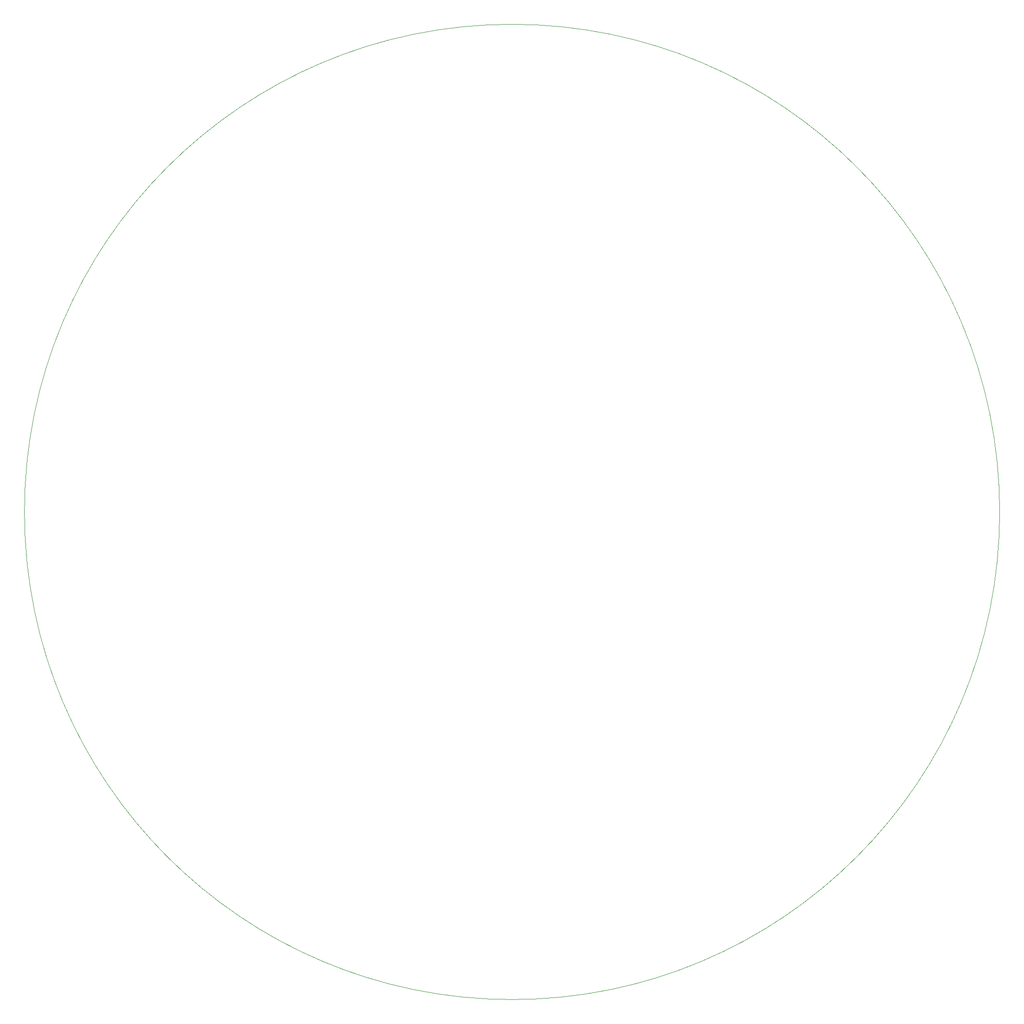
<source format=gbr>
G04*
G04 #@! TF.GenerationSoftware,Altium Limited,Altium Designer,24.2.2 (26)*
G04*
G04 Layer_Color=0*
%FSLAX44Y44*%
%MOMM*%
G71*
G04*
G04 #@! TF.SameCoordinates,C09E280A-887C-4CB5-B33B-2E433380E6FD*
G04*
G04*
G04 #@! TF.FilePolarity,Positive*
G04*
G01*
G75*
%ADD33C,0.0254*%
D33*
X0Y889000D02*
G03*
X889000Y0I889000J0D01*
G01*
D02*
G03*
X1778000Y889000I0J889000D01*
G01*
D02*
G03*
X889000Y1778000I-889000J0D01*
G01*
D02*
G03*
X0Y889000I0J-889000D01*
G01*
M02*

</source>
